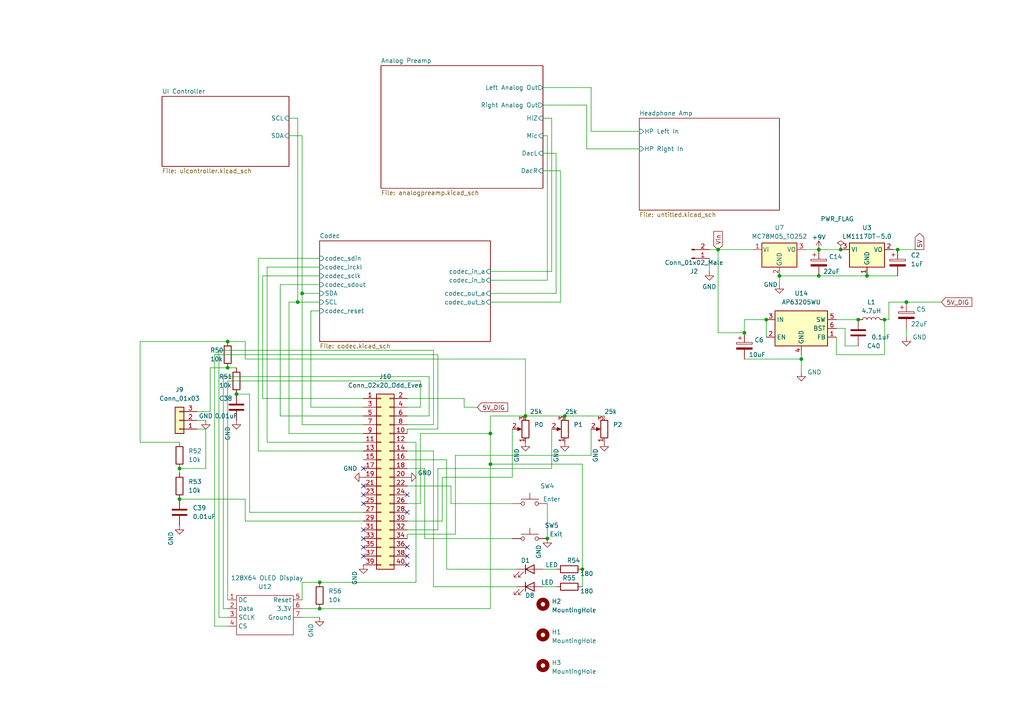
<source format=kicad_sch>
(kicad_sch (version 20230121) (generator eeschema)
  (paper "A4")
  (lib_symbols
    (symbol "Connector:Conn_01x02_Male" (pin_names (offset 1.016) hide)
      (property "Reference" "J" (at 0 2.54 0))
      (property "Value" "Conn_01x02_Male" (at 0 -5.08 0))
      (symbol "Conn_01x02_Male_1_1"
        (polyline (pts (xy 1.27 -2.54) (xy 0.8636 -2.54)) (stroke (width 0.1524)))
        (polyline (pts (xy 1.27 0) (xy 0.8636 0)) (stroke (width 0.1524)))
        (rectangle (start 0.8636 -2.413) (end 0 -2.667) (stroke (width 0.1524)) (fill (type outline)))
        (rectangle (start 0.8636 0.127) (end 0 -0.127) (stroke (width 0.1524)) (fill (type outline)))
        (pin passive line (at 5.08 0 180) (length 3.81) (name "Pin_1") (number "1"))
        (pin passive line (at 5.08 -2.54 180) (length 3.81) (name "Pin_2") (number "2"))
      )
    )
    (symbol "Connector_Generic:Conn_01x03" (pin_names (offset 1.016) hide)
      (property "Reference" "J" (at 0 5.08 0))
      (property "Value" "Conn_01x03" (at 0 -5.08 0))
      (symbol "Conn_01x03_1_1"
        (rectangle (start -1.27 -2.413) (end 0 -2.667) (stroke (width 0.1524)))
        (rectangle (start -1.27 0.127) (end 0 -0.127) (stroke (width 0.1524)))
        (rectangle (start -1.27 2.667) (end 0 2.413) (stroke (width 0.1524)))
        (rectangle (start -1.27 3.81) (end 1.27 -3.81) (stroke (width 0.254)) (fill (type background)))
        (pin passive line (at -5.08 2.54 0) (length 3.81) (name "Pin_1") (number "1"))
        (pin passive line (at -5.08 0 0) (length 3.81) (name "Pin_2") (number "2"))
        (pin passive line (at -5.08 -2.54 0) (length 3.81) (name "Pin_3") (number "3"))
      )
    )
    (symbol "Connector_Generic:Conn_02x20_Odd_Even" (pin_names (offset 1.016) hide)
      (property "Reference" "J" (at 1.27 25.4 0))
      (property "Value" "Conn_02x20_Odd_Even" (at 1.27 -27.94 0))
      (symbol "Conn_02x20_Odd_Even_1_1"
        (rectangle (start -1.27 -25.273) (end 0 -25.527) (stroke (width 0.1524)))
        (rectangle (start -1.27 -22.733) (end 0 -22.987) (stroke (width 0.1524)))
        (rectangle (start -1.27 -20.193) (end 0 -20.447) (stroke (width 0.1524)))
        (rectangle (start -1.27 -17.653) (end 0 -17.907) (stroke (width 0.1524)))
        (rectangle (start -1.27 -15.113) (end 0 -15.367) (stroke (width 0.1524)))
        (rectangle (start -1.27 -12.573) (end 0 -12.827) (stroke (width 0.1524)))
        (rectangle (start -1.27 -10.033) (end 0 -10.287) (stroke (width 0.1524)))
        (rectangle (start -1.27 -7.493) (end 0 -7.747) (stroke (width 0.1524)))
        (rectangle (start -1.27 -4.953) (end 0 -5.207) (stroke (width 0.1524)))
        (rectangle (start -1.27 -2.413) (end 0 -2.667) (stroke (width 0.1524)))
        (rectangle (start -1.27 0.127) (end 0 -0.127) (stroke (width 0.1524)))
        (rectangle (start -1.27 2.667) (end 0 2.413) (stroke (width 0.1524)))
        (rectangle (start -1.27 5.207) (end 0 4.953) (stroke (width 0.1524)))
        (rectangle (start -1.27 7.747) (end 0 7.493) (stroke (width 0.1524)))
        (rectangle (start -1.27 10.287) (end 0 10.033) (stroke (width 0.1524)))
        (rectangle (start -1.27 12.827) (end 0 12.573) (stroke (width 0.1524)))
        (rectangle (start -1.27 15.367) (end 0 15.113) (stroke (width 0.1524)))
        (rectangle (start -1.27 17.907) (end 0 17.653) (stroke (width 0.1524)))
        (rectangle (start -1.27 20.447) (end 0 20.193) (stroke (width 0.1524)))
        (rectangle (start -1.27 22.987) (end 0 22.733) (stroke (width 0.1524)))
        (rectangle (start -1.27 24.13) (end 3.81 -26.67) (stroke (width 0.254)) (fill (type background)))
        (rectangle (start 3.81 -25.273) (end 2.54 -25.527) (stroke (width 0.1524)))
        (rectangle (start 3.81 -22.733) (end 2.54 -22.987) (stroke (width 0.1524)))
        (rectangle (start 3.81 -20.193) (end 2.54 -20.447) (stroke (width 0.1524)))
        (rectangle (start 3.81 -17.653) (end 2.54 -17.907) (stroke (width 0.1524)))
        (rectangle (start 3.81 -15.113) (end 2.54 -15.367) (stroke (width 0.1524)))
        (rectangle (start 3.81 -12.573) (end 2.54 -12.827) (stroke (width 0.1524)))
        (rectangle (start 3.81 -10.033) (end 2.54 -10.287) (stroke (width 0.1524)))
        (rectangle (start 3.81 -7.493) (end 2.54 -7.747) (stroke (width 0.1524)))
        (rectangle (start 3.81 -4.953) (end 2.54 -5.207) (stroke (width 0.1524)))
        (rectangle (start 3.81 -2.413) (end 2.54 -2.667) (stroke (width 0.1524)))
        (rectangle (start 3.81 0.127) (end 2.54 -0.127) (stroke (width 0.1524)))
        (rectangle (start 3.81 2.667) (end 2.54 2.413) (stroke (width 0.1524)))
        (rectangle (start 3.81 5.207) (end 2.54 4.953) (stroke (width 0.1524)))
        (rectangle (start 3.81 7.747) (end 2.54 7.493) (stroke (width 0.1524)))
        (rectangle (start 3.81 10.287) (end 2.54 10.033) (stroke (width 0.1524)))
        (rectangle (start 3.81 12.827) (end 2.54 12.573) (stroke (width 0.1524)))
        (rectangle (start 3.81 15.367) (end 2.54 15.113) (stroke (width 0.1524)))
        (rectangle (start 3.81 17.907) (end 2.54 17.653) (stroke (width 0.1524)))
        (rectangle (start 3.81 20.447) (end 2.54 20.193) (stroke (width 0.1524)))
        (rectangle (start 3.81 22.987) (end 2.54 22.733) (stroke (width 0.1524)))
        (pin passive line (at -5.08 22.86 0) (length 3.81) (name "Pin_1") (number "1"))
        (pin passive line (at 7.62 12.7 180) (length 3.81) (name "Pin_10") (number "10"))
        (pin passive line (at -5.08 10.16 0) (length 3.81) (name "Pin_11") (number "11"))
        (pin passive line (at 7.62 10.16 180) (length 3.81) (name "Pin_12") (number "12"))
        (pin passive line (at -5.08 7.62 0) (length 3.81) (name "Pin_13") (number "13"))
        (pin passive line (at 7.62 7.62 180) (length 3.81) (name "Pin_14") (number "14"))
        (pin passive line (at -5.08 5.08 0) (length 3.81) (name "Pin_15") (number "15"))
        (pin passive line (at 7.62 5.08 180) (length 3.81) (name "Pin_16") (number "16"))
        (pin passive line (at -5.08 2.54 0) (length 3.81) (name "Pin_17") (number "17"))
        (pin passive line (at 7.62 2.54 180) (length 3.81) (name "Pin_18") (number "18"))
        (pin passive line (at -5.08 0 0) (length 3.81) (name "Pin_19") (number "19"))
        (pin passive line (at 7.62 22.86 180) (length 3.81) (name "Pin_2") (number "2"))
        (pin passive line (at 7.62 0 180) (length 3.81) (name "Pin_20") (number "20"))
        (pin passive line (at -5.08 -2.54 0) (length 3.81) (name "Pin_21") (number "21"))
        (pin passive line (at 7.62 -2.54 180) (length 3.81) (name "Pin_22") (number "22"))
        (pin passive line (at -5.08 -5.08 0) (length 3.81) (name "Pin_23") (number "23"))
        (pin passive line (at 7.62 -5.08 180) (length 3.81) (name "Pin_24") (number "24"))
        (pin passive line (at -5.08 -7.62 0) (length 3.81) (name "Pin_25") (number "25"))
        (pin passive line (at 7.62 -7.62 180) (length 3.81) (name "Pin_26") (number "26"))
        (pin passive line (at -5.08 -10.16 0) (length 3.81) (name "Pin_27") (number "27"))
        (pin passive line (at 7.62 -10.16 180) (length 3.81) (name "Pin_28") (number "28"))
        (pin passive line (at -5.08 -12.7 0) (length 3.81) (name "Pin_29") (number "29"))
        (pin passive line (at -5.08 20.32 0) (length 3.81) (name "Pin_3") (number "3"))
        (pin passive line (at 7.62 -12.7 180) (length 3.81) (name "Pin_30") (number "30"))
        (pin passive line (at -5.08 -15.24 0) (length 3.81) (name "Pin_31") (number "31"))
        (pin passive line (at 7.62 -15.24 180) (length 3.81) (name "Pin_32") (number "32"))
        (pin passive line (at -5.08 -17.78 0) (length 3.81) (name "Pin_33") (number "33"))
        (pin passive line (at 7.62 -17.78 180) (length 3.81) (name "Pin_34") (number "34"))
        (pin passive line (at -5.08 -20.32 0) (length 3.81) (name "Pin_35") (number "35"))
        (pin passive line (at 7.62 -20.32 180) (length 3.81) (name "Pin_36") (number "36"))
        (pin passive line (at -5.08 -22.86 0) (length 3.81) (name "Pin_37") (number "37"))
        (pin passive line (at 7.62 -22.86 180) (length 3.81) (name "Pin_38") (number "38"))
        (pin passive line (at -5.08 -25.4 0) (length 3.81) (name "Pin_39") (number "39"))
        (pin passive line (at 7.62 20.32 180) (length 3.81) (name "Pin_4") (number "4"))
        (pin passive line (at 7.62 -25.4 180) (length 3.81) (name "Pin_40") (number "40"))
        (pin passive line (at -5.08 17.78 0) (length 3.81) (name "Pin_5") (number "5"))
        (pin passive line (at 7.62 17.78 180) (length 3.81) (name "Pin_6") (number "6"))
        (pin passive line (at -5.08 15.24 0) (length 3.81) (name "Pin_7") (number "7"))
        (pin passive line (at 7.62 15.24 180) (length 3.81) (name "Pin_8") (number "8"))
        (pin passive line (at -5.08 12.7 0) (length 3.81) (name "Pin_9") (number "9"))
      )
    )
    (symbol "Device:C" (pin_numbers hide) (pin_names (offset 0.254))
      (property "Reference" "C" (at 0.635 2.54 0))
      (property "Value" "C" (at 0.635 -2.54 0))
      (symbol "C_0_1"
        (polyline (pts (xy -2.032 -0.762) (xy 2.032 -0.762)) (stroke (width 0.508)))
        (polyline (pts (xy -2.032 0.762) (xy 2.032 0.762)) (stroke (width 0.508)))
      )
      (symbol "C_1_1"
        (pin passive line (at 0 3.81 270) (length 2.794) (name "~") (number "1"))
        (pin passive line (at 0 -3.81 90) (length 2.794) (name "~") (number "2"))
      )
    )
    (symbol "Device:C_Polarized" (pin_numbers hide) (pin_names (offset 0.254))
      (property "Reference" "C" (at 0.635 2.54 0))
      (property "Value" "C_Polarized" (at 0.635 -2.54 0))
      (symbol "C_Polarized_0_1"
        (rectangle (start -2.286 0.508) (end 2.286 1.016))
        (polyline (pts (xy -1.778 2.286) (xy -0.762 2.286)))
        (polyline (pts (xy -1.27 2.794) (xy -1.27 1.778)))
        (rectangle (start 2.286 -0.508) (end -2.286 -1.016) (fill (type outline)))
      )
      (symbol "C_Polarized_1_1"
        (pin passive line (at 0 3.81 270) (length 2.794) (name "~") (number "1"))
        (pin passive line (at 0 -3.81 90) (length 2.794) (name "~") (number "2"))
      )
    )
    (symbol "Device:L" (pin_numbers hide) (pin_names (offset 1.016) hide)
      (property "Reference" "L" (at -1.27 0 90))
      (property "Value" "L" (at 1.905 0 90))
      (symbol "L_0_1"
        (arc (start 0 -2.54) (mid 0.6323 -1.905) (end 0 -1.27))
        (arc (start 0 -1.27) (mid 0.6323 -0.635) (end 0 0))
        (arc (start 0 0) (mid 0.6323 0.635) (end 0 1.27))
        (arc (start 0 1.27) (mid 0.6323 1.905) (end 0 2.54))
      )
      (symbol "L_1_1"
        (pin passive line (at 0 3.81 270) (length 1.27) (name "1") (number "1"))
        (pin passive line (at 0 -3.81 90) (length 1.27) (name "2") (number "2"))
      )
    )
    (symbol "Device:LED" (pin_numbers hide) (pin_names (offset 1.016) hide)
      (property "Reference" "D" (at 0 2.54 0))
      (property "Value" "LED" (at 0 -2.54 0))
      (symbol "LED_0_1"
        (polyline (pts (xy -1.27 -1.27) (xy -1.27 1.27)) (stroke (width 0.254)))
        (polyline (pts (xy -1.27 0) (xy 1.27 0)))
        (polyline (pts (xy 1.27 -1.27) (xy 1.27 1.27) (xy -1.27 0) (xy 1.27 -1.27)) (stroke (width 0.254)))
        (polyline (pts (xy -3.048 -0.762) (xy -4.572 -2.286) (xy -3.81 -2.286) (xy -4.572 -2.286) (xy -4.572 -1.524)))
        (polyline (pts (xy -1.778 -0.762) (xy -3.302 -2.286) (xy -2.54 -2.286) (xy -3.302 -2.286) (xy -3.302 -1.524)))
      )
      (symbol "LED_1_1"
        (pin passive line (at -3.81 0 0) (length 2.54) (name "K") (number "1"))
        (pin passive line (at 3.81 0 180) (length 2.54) (name "A") (number "2"))
      )
    )
    (symbol "Device:R" (pin_numbers hide) (pin_names (offset 0))
      (property "Reference" "R" (at 2.032 0 90))
      (property "Value" "R" (at 0 0 90))
      (symbol "R_0_1"
        (rectangle (start -1.016 -2.54) (end 1.016 2.54) (stroke (width 0.254)))
      )
      (symbol "R_1_1"
        (pin passive line (at 0 3.81 270) (length 1.27) (name "~") (number "1"))
        (pin passive line (at 0 -3.81 90) (length 1.27) (name "~") (number "2"))
      )
    )
    (symbol "Device:R_Potentiometer" (pin_names (offset 1.016) hide)
      (property "Reference" "RV" (at -4.445 0 90))
      (property "Value" "R_Potentiometer" (at -2.54 0 90))
      (symbol "R_Potentiometer_0_1"
        (polyline (pts (xy 2.54 0) (xy 1.524 0)))
        (polyline (pts (xy 1.143 0) (xy 2.286 0.508) (xy 2.286 -0.508) (xy 1.143 0)) (fill (type outline)))
        (rectangle (start 1.016 2.54) (end -1.016 -2.54) (stroke (width 0.254)))
      )
      (symbol "R_Potentiometer_1_1"
        (pin passive line (at 0 3.81 270) (length 1.27) (name "1") (number "1"))
        (pin passive line (at 3.81 0 180) (length 1.27) (name "2") (number "2"))
        (pin passive line (at 0 -3.81 90) (length 1.27) (name "3") (number "3"))
      )
    )
    (symbol "GraphicDisplay:128X64_OLED_Display"
      (property "Reference" "U" (at -1.27 3.81 0))
      (property "Value" "128X64 OLED Display" (at 0 8.89 0))
      (symbol "128X64_OLED_Display_0_1"
        (rectangle (start -7.62 6.35) (end 8.89 -5.08))
      )
      (symbol "128X64_OLED_Display_1_1"
        (pin input line (at -10.16 5.08 0) (length 2.54) (name "DC") (number "1"))
        (pin input line (at -10.16 2.54 0) (length 2.54) (name "Data") (number "2"))
        (pin input line (at -10.16 0 0) (length 2.54) (name "SCLK") (number "3"))
        (pin input line (at -10.16 -2.54 0) (length 2.54) (name "CS") (number "4"))
        (pin input line (at 11.43 5.08 180) (length 2.54) (name "Reset") (number "5"))
        (pin input line (at 11.43 2.54 180) (length 2.54) (name "3.3V") (number "6"))
        (pin input line (at 11.43 0 180) (length 2.54) (name "Ground") (number "7"))
      )
    )
    (symbol "Mechanical:MountingHole" (pin_names (offset 1.016))
      (property "Reference" "H" (at 0 5.08 0))
      (property "Value" "MountingHole" (at 0 3.175 0))
      (symbol "MountingHole_0_1"
        (circle (center 0 0) (radius 1.27) (stroke (width 1.27)))
      )
    )
    (symbol "Regulator_Linear:LM1117DT-5.0"
      (property "Reference" "U" (at -3.81 3.175 0))
      (property "Value" "LM1117DT-5.0" (at 0 3.175 0))
      (symbol "LM1117DT-5.0_0_1"
        (rectangle (start -5.08 -5.08) (end 5.08 1.905) (stroke (width 0.254)) (fill (type background)))
      )
      (symbol "LM1117DT-5.0_1_1"
        (pin power_in line (at 0 -7.62 90) (length 2.54) (name "GND") (number "1"))
        (pin power_out line (at 7.62 0 180) (length 2.54) (name "VO") (number "2"))
        (pin power_in line (at -7.62 0 0) (length 2.54) (name "VI") (number "3"))
      )
    )
    (symbol "Regulator_Linear:MC78M05_TO252" (pin_names (offset 0.254))
      (property "Reference" "U" (at -3.81 3.175 0))
      (property "Value" "MC78M05_TO252" (at 0 3.175 0))
      (symbol "MC78M05_TO252_0_1"
        (rectangle (start -5.08 1.905) (end 5.08 -5.08) (stroke (width 0.254)) (fill (type background)))
      )
      (symbol "MC78M05_TO252_1_1"
        (pin power_in line (at -7.62 0 0) (length 2.54) (name "VI") (number "1"))
        (pin power_in line (at 0 -7.62 90) (length 2.54) (name "GND") (number "2"))
        (pin power_out line (at 7.62 0 180) (length 2.54) (name "VO") (number "3"))
      )
    )
    (symbol "Regulator_Switching:AP63203WU"
      (property "Reference" "U" (at -7.62 6.35 0))
      (property "Value" "AP63203WU" (at 2.54 6.35 0))
      (symbol "AP63203WU_0_1"
        (rectangle (start -7.62 5.08) (end 7.62 -5.08) (stroke (width 0.254)) (fill (type background)))
      )
      (symbol "AP63203WU_1_1"
        (pin input line (at 10.16 -2.54 180) (length 2.54) (name "FB") (number "1"))
        (pin input line (at -10.16 -2.54 0) (length 2.54) (name "EN") (number "2"))
        (pin power_in line (at -10.16 2.54 0) (length 2.54) (name "IN") (number "3"))
        (pin power_in line (at 0 -7.62 90) (length 2.54) (name "GND") (number "4"))
        (pin output line (at 10.16 2.54 180) (length 2.54) (name "SW") (number "5"))
        (pin passive line (at 10.16 0 180) (length 2.54) (name "BST") (number "6"))
      )
    )
    (symbol "Switch:SW_Push" (pin_numbers hide) (pin_names (offset 1.016) hide)
      (property "Reference" "SW" (at 1.27 2.54 0))
      (property "Value" "SW_Push" (at 0 -1.524 0))
      (symbol "SW_Push_0_1"
        (circle (center -2.032 0) (radius 0.508))
        (polyline (pts (xy 0 1.27) (xy 0 3.048)))
        (polyline (pts (xy 2.54 1.27) (xy -2.54 1.27)))
        (circle (center 2.032 0) (radius 0.508))
        (pin passive line (at -5.08 0 0) (length 2.54) (name "1") (number "1"))
        (pin passive line (at 5.08 0 180) (length 2.54) (name "2") (number "2"))
      )
    )
    (symbol "power:+9V" (power) (pin_names (offset 0))
      (property "Value" "+9V" (at 0 3.556 0))
      (symbol "+9V_0_1"
        (polyline (pts (xy -0.762 1.27) (xy 0 2.54)))
        (polyline (pts (xy 0 0) (xy 0 2.54)))
        (polyline (pts (xy 0 2.54) (xy 0.762 1.27)))
      )
      (symbol "+9V_1_1"
        (pin power_in line (at 0 0 90) (length 0) hide (name "+9V") (number "1"))
      )
    )
    (symbol "power:GND" (power) (pin_names (offset 0))
      (property "Value" "GND" (at 0 -3.81 0))
      (symbol "GND_0_1"
        (polyline (pts (xy 0 0) (xy 0 -1.27) (xy 1.27 -1.27) (xy 0 -2.54) (xy -1.27 -1.27) (xy 0 -1.27)))
      )
      (symbol "GND_1_1"
        (pin power_in line (at 0 0 270) (length 0) hide (name "GND") (number "1"))
      )
    )
    (symbol "power:PWR_FLAG" (power) (pin_numbers hide) (pin_names (offset 0) hide)
      (property "Value" "PWR_FLAG" (at 0 3.81 0))
      (symbol "PWR_FLAG_0_0"
        (pin power_out line (at 0 0 90) (length 0) (name "pwr") (number "1"))
      )
      (symbol "PWR_FLAG_0_1"
        (polyline (pts (xy 0 0) (xy 0 1.27) (xy -1.016 1.905) (xy 0 2.54) (xy 1.016 1.905) (xy 0 1.27)))
      )
    )
  )
  (junction (at 222.25 92.71))
  (junction (at 163.83 120.65))
  (junction (at 251.46 80.01))
  (junction (at 248.92 92.71))
  (junction (at 232.41 104.14))
  (junction (at 86.36 87.63))
  (junction (at 260.35 72.39))
  (junction (at 168.91 165.1))
  (junction (at 152.4 120.65))
  (junction (at 262.89 87.63))
  (junction (at 226.06 80.01))
  (junction (at 52.07 135.89))
  (junction (at 92.71 176.53))
  (junction (at 92.71 168.91))
  (junction (at 237.49 72.39))
  (junction (at 87.63 85.09))
  (junction (at 215.9 96.52))
  (junction (at 256.54 92.71))
  (junction (at 142.24 134.62))
  (junction (at 208.28 72.39))
  (junction (at 237.49 80.01))
  (junction (at 68.58 114.3))
  (junction (at 52.07 144.78))
  (junction (at 66.04 99.06))
  (junction (at 142.24 125.73))
  (junction (at 243.84 72.39))
  (junction (at 158.75 156.21))
  (junction (at 66.04 106.68))
  (no_connect (at 105.41 158.75))
  (no_connect (at 118.11 148.59))
  (no_connect (at 105.41 143.51))
  (no_connect (at 105.41 140.97))
  (no_connect (at 118.11 158.75))
  (no_connect (at 118.11 143.51))
  (no_connect (at 105.41 135.89))
  (no_connect (at 118.11 163.83))
  (no_connect (at 105.41 146.05))
  (no_connect (at 105.41 156.21))
  (no_connect (at 105.41 153.67))
  (no_connect (at 118.11 161.29))
  (no_connect (at 105.41 161.29))
  (wire (pts (xy 208.28 72.39) (xy 218.44 72.39)))
  (wire (pts (xy 248.92 100.33) (xy 245.11 100.33)))
  (wire (pts (xy 170.18 43.18) (xy 185.42 43.18)))
  (wire (pts (xy 59.69 124.46) (xy 57.15 124.46)))
  (wire (pts (xy 132.08 132.08) (xy 132.08 154.94)))
  (wire (pts (xy 40.64 128.27) (xy 40.64 99.06)))
  (wire (pts (xy 92.71 74.93) (xy 74.93 74.93)))
  (wire (pts (xy 259.08 72.39) (xy 260.35 72.39)))
  (wire (pts (xy 120.65 128.27) (xy 118.11 128.27)))
  (wire (pts (xy 125.73 130.81) (xy 118.11 130.81)))
  (wire (pts (xy 226.06 80.01) (xy 226.06 82.55)))
  (wire (pts (xy 127 102.87) (xy 127 124.46)))
  (wire (pts (xy 87.63 179.07) (xy 92.71 179.07)))
  (wire (pts (xy 62.23 102.87) (xy 62.23 181.61)))
  (wire (pts (xy 68.58 106.68) (xy 66.04 106.68)))
  (wire (pts (xy 71.12 104.14) (xy 152.4 104.14)))
  (wire (pts (xy 121.92 118.11) (xy 118.11 118.11)))
  (wire (pts (xy 257.81 87.63) (xy 262.89 87.63)))
  (wire (pts (xy 124.46 120.65) (xy 118.11 120.65)))
  (wire (pts (xy 142.24 134.62) (xy 142.24 125.73)))
  (wire (pts (xy 132.08 154.94) (xy 118.11 154.94)))
  (wire (pts (xy 66.04 181.61) (xy 62.23 181.61)))
  (wire (pts (xy 134.62 118.11) (xy 134.62 115.57)))
  (wire (pts (xy 118.11 154.94) (xy 118.11 156.21)))
  (wire (pts (xy 72.39 148.59) (xy 105.41 148.59)))
  (wire (pts (xy 157.48 30.48) (xy 170.18 30.48)))
  (wire (pts (xy 142.24 120.65) (xy 152.4 120.65)))
  (wire (pts (xy 129.54 165.1) (xy 149.86 165.1)))
  (wire (pts (xy 134.62 118.11) (xy 138.43 118.11)))
  (wire (pts (xy 59.69 121.92) (xy 57.15 121.92)))
  (wire (pts (xy 52.07 128.27) (xy 40.64 128.27)))
  (wire (pts (xy 142.24 125.73) (xy 142.24 120.65)))
  (wire (pts (xy 74.93 130.81) (xy 105.41 130.81)))
  (wire (pts (xy 120.65 168.91) (xy 120.65 128.27)))
  (wire (pts (xy 242.57 102.87) (xy 242.57 97.79)))
  (wire (pts (xy 128.27 151.13) (xy 118.11 151.13)))
  (wire (pts (xy 86.36 87.63) (xy 86.36 34.29)))
  (wire (pts (xy 215.9 96.52) (xy 208.28 96.52)))
  (wire (pts (xy 160.02 34.29) (xy 157.48 34.29)))
  (wire (pts (xy 87.63 85.09) (xy 87.63 39.37)))
  (wire (pts (xy 83.82 87.63) (xy 83.82 125.73)))
  (wire (pts (xy 81.28 120.65) (xy 81.28 82.55)))
  (wire (pts (xy 92.71 168.91) (xy 120.65 168.91)))
  (wire (pts (xy 222.25 92.71) (xy 222.25 97.79)))
  (wire (pts (xy 127 135.89) (xy 127 153.67)))
  (wire (pts (xy 233.68 72.39) (xy 237.49 72.39)))
  (wire (pts (xy 63.5 179.07) (xy 63.5 101.6)))
  (wire (pts (xy 128.27 138.43) (xy 148.59 138.43)))
  (wire (pts (xy 71.12 151.13) (xy 105.41 151.13)))
  (wire (pts (xy 262.89 87.63) (xy 273.05 87.63)))
  (wire (pts (xy 257.81 92.71) (xy 257.81 87.63)))
  (wire (pts (xy 77.47 128.27) (xy 105.41 128.27)))
  (wire (pts (xy 148.59 156.21) (xy 123.19 156.21)))
  (wire (pts (xy 142.24 81.28) (xy 158.75 81.28)))
  (wire (pts (xy 87.63 176.53) (xy 92.71 176.53)))
  (wire (pts (xy 40.64 99.06) (xy 66.04 99.06)))
  (wire (pts (xy 76.2 80.01) (xy 76.2 115.57)))
  (wire (pts (xy 66.04 176.53) (xy 64.77 176.53)))
  (wire (pts (xy 130.81 146.05) (xy 130.81 140.97)))
  (wire (pts (xy 171.45 132.08) (xy 171.45 124.46)))
  (wire (pts (xy 52.07 144.78) (xy 71.12 144.78)))
  (wire (pts (xy 121.92 110.49) (xy 121.92 118.11)))
  (wire (pts (xy 124.46 109.22) (xy 124.46 120.65)))
  (wire (pts (xy 256.54 92.71) (xy 257.81 92.71)))
  (wire (pts (xy 142.24 176.53) (xy 142.24 134.62)))
  (wire (pts (xy 245.11 100.33) (xy 245.11 95.25)))
  (wire (pts (xy 77.47 77.47) (xy 77.47 128.27)))
  (wire (pts (xy 63.5 101.6) (xy 125.73 101.6)))
  (wire (pts (xy 215.9 104.14) (xy 232.41 104.14)))
  (wire (pts (xy 125.73 170.18) (xy 149.86 170.18)))
  (wire (pts (xy 83.82 87.63) (xy 86.36 87.63)))
  (wire (pts (xy 121.92 146.05) (xy 118.11 146.05)))
  (wire (pts (xy 127 153.67) (xy 118.11 153.67)))
  (wire (pts (xy 64.77 176.53) (xy 64.77 109.22)))
  (wire (pts (xy 118.11 124.46) (xy 118.11 125.73)))
  (wire (pts (xy 90.17 118.11) (xy 105.41 118.11)))
  (wire (pts (xy 77.47 77.47) (xy 92.71 77.47)))
  (wire (pts (xy 237.49 72.39) (xy 243.84 72.39)))
  (wire (pts (xy 74.93 74.93) (xy 74.93 130.81)))
  (wire (pts (xy 215.9 92.71) (xy 215.9 96.52)))
  (wire (pts (xy 60.96 119.38) (xy 60.96 106.68)))
  (wire (pts (xy 125.73 123.19) (xy 118.11 123.19)))
  (wire (pts (xy 121.92 125.73) (xy 121.92 146.05)))
  (wire (pts (xy 72.39 114.3) (xy 72.39 148.59)))
  (wire (pts (xy 87.63 173.99) (xy 87.63 168.91)))
  (wire (pts (xy 260.35 72.39) (xy 266.7 72.39)))
  (wire (pts (xy 170.18 30.48) (xy 170.18 43.18)))
  (wire (pts (xy 142.24 78.74) (xy 160.02 78.74)))
  (wire (pts (xy 90.17 90.17) (xy 90.17 118.11)))
  (wire (pts (xy 226.06 80.01) (xy 237.49 80.01)))
  (wire (pts (xy 171.45 132.08) (xy 132.08 132.08)))
  (wire (pts (xy 157.48 165.1) (xy 161.29 165.1)))
  (wire (pts (xy 64.77 109.22) (xy 124.46 109.22)))
  (wire (pts (xy 92.71 176.53) (xy 142.24 176.53)))
  (wire (pts (xy 86.36 34.29) (xy 83.82 34.29)))
  (wire (pts (xy 262.89 97.79) (xy 262.89 95.25)))
  (wire (pts (xy 66.04 179.07) (xy 63.5 179.07)))
  (wire (pts (xy 248.92 92.71) (xy 242.57 92.71)))
  (wire (pts (xy 163.83 120.65) (xy 175.26 120.65)))
  (wire (pts (xy 129.54 133.35) (xy 118.11 133.35)))
  (wire (pts (xy 161.29 85.09) (xy 161.29 44.45)))
  (wire (pts (xy 158.75 81.28) (xy 158.75 39.37)))
  (wire (pts (xy 52.07 135.89) (xy 52.07 137.16)))
  (wire (pts (xy 245.11 95.25) (xy 242.57 95.25)))
  (wire (pts (xy 71.12 144.78) (xy 71.12 151.13)))
  (wire (pts (xy 222.25 92.71) (xy 215.9 92.71)))
  (wire (pts (xy 171.45 38.1) (xy 171.45 25.4)))
  (wire (pts (xy 158.75 146.05) (xy 158.75 156.21)))
  (wire (pts (xy 127 124.46) (xy 118.11 124.46)))
  (wire (pts (xy 162.56 87.63) (xy 162.56 49.53)))
  (wire (pts (xy 90.17 90.17) (xy 92.71 90.17)))
  (wire (pts (xy 92.71 87.63) (xy 86.36 87.63)))
  (wire (pts (xy 52.07 135.89) (xy 59.69 135.89)))
  (wire (pts (xy 66.04 173.99) (xy 66.04 110.49)))
  (wire (pts (xy 148.59 138.43) (xy 148.59 124.46)))
  (wire (pts (xy 123.19 135.89) (xy 118.11 135.89)))
  (wire (pts (xy 130.81 140.97) (xy 118.11 140.97)))
  (wire (pts (xy 76.2 115.57) (xy 105.41 115.57)))
  (wire (pts (xy 160.02 78.74) (xy 160.02 34.29)))
  (wire (pts (xy 152.4 120.65) (xy 163.83 120.65)))
  (wire (pts (xy 142.24 87.63) (xy 162.56 87.63)))
  (wire (pts (xy 142.24 85.09) (xy 161.29 85.09)))
  (wire (pts (xy 127 135.89) (xy 160.02 135.89)))
  (wire (pts (xy 60.96 106.68) (xy 66.04 106.68)))
  (wire (pts (xy 81.28 120.65) (xy 105.41 120.65)))
  (wire (pts (xy 205.74 72.39) (xy 208.28 72.39)))
  (wire (pts (xy 121.92 125.73) (xy 142.24 125.73)))
  (wire (pts (xy 157.48 49.53) (xy 162.56 49.53)))
  (wire (pts (xy 208.28 96.52) (xy 208.28 72.39)))
  (wire (pts (xy 148.59 146.05) (xy 130.81 146.05)))
  (wire (pts (xy 251.46 80.01) (xy 260.35 80.01)))
  (wire (pts (xy 66.04 99.06) (xy 71.12 99.06)))
  (wire (pts (xy 205.74 74.93) (xy 205.74 78.74)))
  (wire (pts (xy 87.63 39.37) (xy 83.82 39.37)))
  (wire (pts (xy 76.2 80.01) (xy 92.71 80.01)))
  (wire (pts (xy 118.11 115.57) (xy 134.62 115.57)))
  (wire (pts (xy 152.4 104.14) (xy 152.4 120.65)))
  (wire (pts (xy 83.82 125.73) (xy 105.41 125.73)))
  (wire (pts (xy 125.73 101.6) (xy 125.73 123.19)))
  (wire (pts (xy 87.63 168.91) (xy 92.71 168.91)))
  (wire (pts (xy 171.45 38.1) (xy 185.42 38.1)))
  (wire (pts (xy 81.28 82.55) (xy 92.71 82.55)))
  (wire (pts (xy 57.15 119.38) (xy 60.96 119.38)))
  (wire (pts (xy 59.69 135.89) (xy 59.69 124.46)))
  (wire (pts (xy 256.54 102.87) (xy 242.57 102.87)))
  (wire (pts (xy 168.91 165.1) (xy 168.91 134.62)))
  (wire (pts (xy 232.41 104.14) (xy 232.41 107.95)))
  (wire (pts (xy 72.39 114.3) (xy 68.58 114.3)))
  (wire (pts (xy 62.23 102.87) (xy 127 102.87)))
  (wire (pts (xy 128.27 138.43) (xy 128.27 151.13)))
  (wire (pts (xy 161.29 44.45) (xy 157.48 44.45)))
  (wire (pts (xy 232.41 102.87) (xy 232.41 104.14)))
  (wire (pts (xy 71.12 99.06) (xy 71.12 104.14)))
  (wire (pts (xy 157.48 170.18) (xy 161.29 170.18)))
  (wire (pts (xy 160.02 135.89) (xy 160.02 124.46)))
  (wire (pts (xy 168.91 165.1) (xy 168.91 170.18)))
  (wire (pts (xy 125.73 170.18) (xy 125.73 130.81)))
  (wire (pts (xy 168.91 134.62) (xy 142.24 134.62)))
  (wire (pts (xy 158.75 39.37) (xy 157.48 39.37)))
  (wire (pts (xy 123.19 156.21) (xy 123.19 135.89)))
  (wire (pts (xy 87.63 85.09) (xy 87.63 123.19)))
  (wire (pts (xy 66.04 110.49) (xy 121.92 110.49)))
  (wire (pts (xy 171.45 25.4) (xy 157.48 25.4)))
  (wire (pts (xy 237.49 80.01) (xy 251.46 80.01)))
  (wire (pts (xy 87.63 85.09) (xy 92.71 85.09)))
  (wire (pts (xy 87.63 123.19) (xy 105.41 123.19)))
  (wire (pts (xy 256.54 92.71) (xy 256.54 102.87)))
  (wire (pts (xy 129.54 165.1) (xy 129.54 133.35)))
  (global_label "5V_DIG" (shape input) (at 273.05 87.63 0) (property "Intersheetrefs" "${INTERSHEET_REFS}" (effects hide)))
  (global_label "Vin" (shape input) (at 208.28 72.39 90) (property "Intersheetrefs" "${INTERSHEET_REFS}" (effects hide)))
  (global_label "5V_DIG" (shape input) (at 138.43 118.11 0) (property "Intersheetrefs" "${INTERSHEET_REFS}" (effects hide)))
  (global_label "5V" (shape output) (at 266.7 72.39 90) (property "Intersheetrefs" "${INTERSHEET_REFS}" (effects hide)))
  (symbol (lib_id "power:GND") (at 118.11 138.43 90) (mirror x) (unit 1)
    (property "Reference" "#PWR033" (effects hide))
    (property "Value" "GND" (at 123.19 137.16 90))
  )
  (symbol (lib_id "power:+9V") (at 237.49 72.39 0) (unit 1)
    (property "Reference" "#PWR0115" (effects hide))
    (property "Value" "+9V" (at 237.49 68.8142 0))
  )
  (symbol (lib_id "power:GND") (at 105.41 163.83 0) (mirror y) (unit 1)
    (property "Reference" "#PWR026" (effects hide))
    (property "Value" "GND" (at 102.87 167.64 90))
  )
  (symbol (lib_id "power:GND") (at 105.41 138.43 270) (mirror x) (unit 1)
    (property "Reference" "#PWR032" (effects hide))
    (property "Value" "GND" (at 101.6 135.89 90))
  )
  (symbol (lib_id "Device:R") (at 68.58 110.49 0) (unit 1)
    (property "Reference" "R51" (at 63.5 109.22 0) (effects (justify left)))
    (property "Value" "10k" (at 63.5 111.76 0) (effects (justify left)))
    (property "Footprint" "Resistor_SMD:R_0603_1608Metric_Pad0.98x0.95mm_HandSolder" (effects hide))
  )
  (symbol (lib_id "Device:R_Potentiometer") (at 152.4 124.46 180) (unit 1)
    (property "Reference" "P0" (at 154.94 123.19 0) (effects (justify right)))
    (property "Value" "25k" (at 153.67 119.38 0) (effects (justify right)))
    (property "Footprint" "Connector_PinHeader_2.54mm:PinHeader_1x03_P2.54mm_Vertical" (effects hide))
  )
  (symbol (lib_id "power:GND") (at 92.71 179.07 0) (mirror y) (unit 1)
    (property "Reference" "#PWR047" (effects hide))
    (property "Value" "GND" (at 90.17 182.88 90))
  )
  (symbol (lib_id "Device:C") (at 52.07 148.59 0) (unit 1)
    (property "Reference" "C39" (at 55.88 147.32 0) (effects (justify left)))
    (property "Value" "0.01uF" (at 55.88 149.86 0) (effects (justify left)))
    (property "Footprint" "Capacitor_SMD:C_0805_2012Metric_Pad1.18x1.45mm_HandSolder" (effects hide))
  )
  (symbol (lib_id "power:GND") (at 152.4 128.27 0) (mirror y) (unit 1)
    (property "Reference" "#PWR041" (effects hide))
    (property "Value" "GND" (at 149.86 132.08 90))
  )
  (symbol (lib_id "Device:R_Potentiometer") (at 163.83 124.46 180) (unit 1)
    (property "Reference" "P1" (at 166.37 123.19 0) (effects (justify right)))
    (property "Value" "25k" (at 163.83 119.38 0) (effects (justify right)))
    (property "Footprint" "Connector_PinHeader_2.54mm:PinHeader_1x03_P2.54mm_Vertical" (effects hide))
  )
  (symbol (lib_id "Device:LED") (at 153.67 170.18 0) (unit 1)
    (property "Reference" "D8" (at 153.67 172.72 0))
    (property "Value" "LED" (at 158.75 168.91 0))
    (property "Footprint" "Connector_PinHeader_2.54mm:PinHeader_1x02_P2.54mm_Vertical" (effects hide))
  )
  (symbol (lib_id "Device:R") (at 52.07 132.08 0) (unit 1)
    (property "Reference" "R52" (at 54.61 130.81 0) (effects (justify left)))
    (property "Value" "10k" (at 54.61 133.35 0) (effects (justify left)))
    (property "Footprint" "Resistor_SMD:R_0603_1608Metric_Pad0.98x0.95mm_HandSolder" (effects hide))
  )
  (symbol (lib_id "Device:L") (at 252.73 92.71 90) (unit 1)
    (property "Reference" "L1" (at 252.73 87.63 90))
    (property "Value" "4.7uH" (at 252.73 90.17 90))
    (property "Footprint" "Inductor_SMD:L_1812_4532Metric_Pad1.30x3.40mm_HandSolder" (effects hide))
  )
  (symbol (lib_id "Device:R") (at 92.71 172.72 0) (unit 1)
    (property "Reference" "R56" (at 95.25 171.45 0) (effects (justify left)))
    (property "Value" "10k" (at 95.25 173.99 0) (effects (justify left)))
    (property "Footprint" "Resistor_SMD:R_0603_1608Metric_Pad0.98x0.95mm_HandSolder" (effects hide))
  )
  (symbol (lib_id "Device:C") (at 68.58 118.11 0) (unit 1)
    (property "Reference" "C38" (at 63.5 115.57 0) (effects (justify left)))
    (property "Value" "0.01uF" (at 62.23 120.65 0) (effects (justify left)))
    (property "Footprint" "Capacitor_SMD:C_0805_2012Metric_Pad1.18x1.45mm_HandSolder" (effects hide))
  )
  (symbol (lib_id "Device:R") (at 52.07 140.97 0) (unit 1)
    (property "Reference" "R53" (at 54.61 139.7 0) (effects (justify left)))
    (property "Value" "10k" (at 54.61 142.24 0) (effects (justify left)))
    (property "Footprint" "Resistor_SMD:R_0603_1608Metric_Pad0.98x0.95mm_HandSolder" (effects hide))
  )
  (symbol (lib_id "Switch:SW_Push") (at 153.67 156.21 0) (unit 1)
    (property "Reference" "SW5" (at 160.02 152.4 0))
    (property "Value" "Exit" (at 161.29 154.94 0))
    (property "Footprint" "Connector_PinHeader_2.54mm:PinHeader_1x02_P2.54mm_Vertical" (effects hide))
  )
  (symbol (lib_id "Device:C_Polarized") (at 237.49 76.2 0) (unit 1)
    (property "Reference" "C14" (at 240.411 74.4763 0) (effects (justify left)))
    (property "Value" "22uF" (at 238.76 78.74 0) (effects (justify left)))
    (property "Footprint" "Capacitor_SMD:CP_Elec_4x4.5" (effects hide))
  )
  (symbol (lib_id "power:GND") (at 158.75 156.21 0) (mirror y) (unit 1)
    (property "Reference" "#PWR046" (effects hide))
    (property "Value" "GND" (at 156.21 160.02 90))
  )
  (symbol (lib_id "Mechanical:MountingHole") (at 157.48 184.15 0) (unit 1)
    (property "Reference" "H1" (at 160.02 183.3153 0) (effects (justify left)))
    (property "Value" "MountingHole" (at 160.02 185.8522 0) (effects (justify left)))
    (property "Footprint" "MountingHole:MountingHole_3.2mm_M3" (effects hide))
  )
  (symbol (lib_id "Device:C_Polarized") (at 262.89 91.44 0) (unit 1)
    (property "Reference" "C5" (at 265.811 89.7163 0) (effects (justify left)))
    (property "Value" "22uF" (at 264.16 93.98 0) (effects (justify left)))
    (property "Footprint" "Capacitor_SMD:CP_Elec_4x4.5" (effects hide))
  )
  (symbol (lib_id "power:GND") (at 175.26 128.27 0) (mirror y) (unit 1)
    (property "Reference" "#PWR043" (effects hide))
    (property "Value" "GND" (at 172.72 132.08 90))
  )
  (symbol (lib_id "power:GND") (at 205.74 78.74 0) (unit 1)
    (property "Reference" "#PWR030" (effects hide))
    (property "Value" "GND" (at 205.74 83.1834 0))
  )
  (symbol (lib_id "Connector:Conn_01x02_Male") (at 200.66 74.93 0) (mirror x) (unit 1)
    (property "Reference" "J2" (at 201.295 78.706 0))
    (property "Value" "Conn_01x02_Male" (at 201.295 76.1691 0))
    (property "Footprint" "Connector_PinHeader_2.54mm:PinHeader_1x02_P2.54mm_Vertical" (effects hide))
  )
  (symbol (lib_id "power:GND") (at 163.83 128.27 0) (mirror y) (unit 1)
    (property "Reference" "#PWR042" (effects hide))
    (property "Value" "GND" (at 161.29 132.08 90))
  )
  (symbol (lib_id "Regulator_Linear:LM1117DT-5.0") (at 251.46 72.39 0) (unit 1)
    (property "Reference" "U3" (at 251.46 66.04 0))
    (property "Value" "LM1117DT-5.0" (at 251.46 68.58 0))
    (property "Footprint" "Package_TO_SOT_SMD:TO-252-3_TabPin2" (effects hide))
    (property "Datasheet" "http://www.ti.com/lit/ds/symlink/lm1117.pdf" (effects hide))
  )
  (symbol (lib_id "power:GND") (at 226.06 82.55 0) (mirror y) (unit 1)
    (property "Reference" "#PWR0112" (effects hide))
    (property "Value" "GND" (at 223.52 82.55 0))
  )
  (symbol (lib_id "Device:R") (at 66.04 102.87 0) (unit 1)
    (property "Reference" "R50" (at 60.96 101.6 0) (effects (justify left)))
    (property "Value" "10k" (at 60.96 104.14 0) (effects (justify left)))
    (property "Footprint" "Resistor_SMD:R_0603_1608Metric_Pad0.98x0.95mm_HandSolder" (effects hide))
  )
  (symbol (lib_id "Device:C") (at 248.92 96.52 180) (unit 1)
    (property "Reference" "C40" (at 251.46 100.33 0) (effects (justify right)))
    (property "Value" "0.1uF" (at 252.73 97.79 0) (effects (justify right)))
    (property "Footprint" "Capacitor_SMD:C_1210_3225Metric_Pad1.33x2.70mm_HandSolder" (effects hide))
  )
  (symbol (lib_id "Switch:SW_Push") (at 153.67 146.05 0) (unit 1)
    (property "Reference" "SW4" (at 158.75 140.97 0))
    (property "Value" "Enter" (at 160.02 144.78 0))
    (property "Footprint" "Connector_PinHeader_2.54mm:PinHeader_1x02_P2.54mm_Vertical" (effects hide))
  )
  (symbol (lib_id "Device:R_Potentiometer") (at 175.26 124.46 180) (unit 1)
    (property "Reference" "P2" (at 177.8 123.19 0) (effects (justify right)))
    (property "Value" "25k" (at 175.26 119.38 0) (effects (justify right)))
    (property "Footprint" "Connector_PinHeader_2.54mm:PinHeader_1x03_P2.54mm_Vertical" (effects hide))
  )
  (symbol (lib_id "Connector_Generic:Conn_02x20_Odd_Even") (at 110.49 138.43 0) (unit 1)
    (property "Reference" "J10" (at 111.76 109.22 0))
    (property "Value" "Conn_02x20_Odd_Even" (at 111.76 111.76 0))
    (property "Footprint" "Connector_PinSocket_2.54mm:PinSocket_2x20_P2.54mm_Vertical_SMD" (effects hide))
  )
  (symbol (lib_id "Device:R") (at 165.1 170.18 90) (unit 1)
    (property "Reference" "R55" (at 165.1 167.64 90))
    (property "Value" "180" (at 170.18 171.45 90))
    (property "Footprint" "Resistor_SMD:R_0603_1608Metric_Pad0.98x0.95mm_HandSolder" (effects hide))
  )
  (symbol (lib_id "power:GND") (at 262.89 97.79 0) (mirror y) (unit 1)
    (property "Reference" "#PWR031" (effects hide))
    (property "Value" "GND" (at 266.7 97.79 0))
  )
  (symbol (lib_id "Regulator_Switching:AP63203WU") (at 232.41 95.25 0) (unit 1)
    (property "Reference" "U14" (at 232.41 85.09 0))
    (property "Value" "AP63205WU" (at 232.41 87.63 0))
    (property "Footprint" "Package_TO_SOT_SMD:TSOT-23-6" (effects hide))
    (property "Datasheet" "https://www.diodes.com/assets/Datasheets/AP63200-AP63201-AP63203-AP63205.pdf" (effects hide))
  )
  (symbol (lib_id "GraphicDisplay:128X64_OLED_Display") (at 76.2 179.07 0) (unit 1)
    (property "Reference" "U12" (at 76.835 170.18 0))
    (property "Value" "128X64 OLED Display" (at 77.47 167.64 0))
    (property "Footprint" "Connector_PinHeader_2.54mm:PinHeader_1x07_P2.54mm_Vertical" (effects hide))
  )
  (symbol (lib_id "Regulator_Linear:MC78M05_TO252") (at 226.06 72.39 0) (unit 1)
    (property "Reference" "U7" (at 226.06 66.04 0))
    (property "Value" "MC78M05_TO252" (at 226.06 68.58 0))
    (property "Footprint" "Package_TO_SOT_SMD:TO-252-2" (effects hide))
    (property "Datasheet" "https://www.onsemi.com/pub/Collateral/MC78M00-D.PDF" (effects hide))
  )
  (symbol (lib_id "Device:R") (at 165.1 165.1 90) (unit 1)
    (property "Reference" "R54" (at 166.37 162.56 90))
    (property "Value" "180" (at 170.18 166.37 90))
    (property "Footprint" "Resistor_SMD:R_0603_1608Metric_Pad0.98x0.95mm_HandSolder" (effects hide))
  )
  (symbol (lib_id "power:PWR_FLAG") (at 243.84 72.39 0) (unit 1)
    (property "Reference" "#FLG0104" (effects hide))
    (property "Value" "PWR_FLAG" (at 247.65 63.5 0) (effects (justify right)))
  )
  (symbol (lib_id "power:GND") (at 68.58 121.92 0) (mirror y) (unit 1)
    (property "Reference" "#PWR044" (effects hide))
    (property "Value" "GND" (at 66.04 125.73 90))
  )
  (symbol (lib_id "Device:C_Polarized") (at 260.35 76.2 0) (unit 1)
    (property "Reference" "C2" (at 264.16 74.041 0) (effects (justify left)))
    (property "Value" "1uF" (at 264.16 76.581 0) (effects (justify left)))
    (property "Footprint" "Capacitor_SMD:CP_Elec_4x4.5" (effects hide))
  )
  (symbol (lib_id "Device:C_Polarized") (at 215.9 100.33 0) (unit 1)
    (property "Reference" "C6" (at 218.821 98.6063 0) (effects (justify left)))
    (property "Value" "10uF" (at 217.17 102.87 0) (effects (justify left)))
    (property "Footprint" "Capacitor_SMD:CP_Elec_4x4.5" (effects hide))
  )
  (symbol (lib_id "power:GND") (at 59.69 121.92 0) (mirror y) (unit 1)
    (property "Reference" "#PWR040" (effects hide))
    (property "Value" "GND" (at 59.69 120.65 0))
  )
  (symbol (lib_id "power:GND") (at 232.41 107.95 0) (mirror y) (unit 1)
    (property "Reference" "#PWR049" (effects hide))
    (property "Value" "GND" (at 236.22 107.95 0))
  )
  (symbol (lib_id "power:GND") (at 52.07 152.4 0) (mirror y) (unit 1)
    (property "Reference" "#PWR045" (effects hide))
    (property "Value" "GND" (at 49.53 156.21 90))
  )
  (symbol (lib_id "Mechanical:MountingHole") (at 157.48 175.26 0) (unit 1)
    (property "Reference" "H2" (at 160.02 174.4253 0) (effects (justify left)))
    (property "Value" "MountingHole" (at 160.02 176.9622 0) (effects (justify left)))
    (property "Footprint" "MountingHole:MountingHole_3.2mm_M3" (effects hide))
  )
  (symbol (lib_id "Device:LED") (at 153.67 165.1 0) (unit 1)
    (property "Reference" "D1" (at 152.4 162.56 0))
    (property "Value" "LED" (at 160.02 163.83 0))
    (property "Footprint" "Connector_PinHeader_2.54mm:PinHeader_1x02_P2.54mm_Vertical" (effects hide))
  )
  (symbol (lib_id "Mechanical:MountingHole") (at 157.48 193.04 0) (unit 1)
    (property "Reference" "H3" (at 160.02 192.2053 0) (effects (justify left)))
    (property "Value" "MountingHole" (at 160.02 194.7422 0) (effects (justify left)))
    (property "Footprint" "MountingHole:MountingHole_3.2mm_M3" (effects hide))
  )
  (symbol (lib_id "Connector_Generic:Conn_01x03") (at 52.07 121.92 180) (unit 1)
    (property "Reference" "J9" (at 52.07 113.03 0))
    (property "Value" "Conn_01x03" (at 52.07 115.57 0))
    (property "Footprint" "Connector_PinHeader_2.54mm:PinHeader_1x03_P2.54mm_Vertical" (effects hide))
  )
  (sheet (at 185.42 34.29) (size 40.64 26.67) (stroke (width 0.1524))
    (property "Sheetname" "Headphone Amp" (at 185.42 33.5784 0) (effects (justify left bottom)))
    (property "Sheetfile" "untitled.kicad_sch" (at 185.42 61.5446 0) (effects (justify left top)))
    (pin "HP Left In" input (at 185.42 38.1 180))
    (pin "HP Right In" input (at 185.42 43.18 180))
  )
  (sheet (at 92.71 69.85) (size 49.53 29.21) (stroke (width 0.1524))
    (property "Sheetname" "Codec" (at 92.71 69.1384 0) (effects (justify left bottom)))
    (property "Sheetfile" "codec.kicad_sch" (at 92.71 99.6446 0) (effects (justify left top)))
    (pin "codec_sdin" input (at 92.71 74.93 180))
    (pin "codec_lrckl" input (at 92.71 77.47 180))
    (pin "codec_sclk" input (at 92.71 80.01 180))
    (pin "codec_sdout" input (at 92.71 82.55 180))
    (pin "SDA" input (at 92.71 85.09 180))
    (pin "SCL" input (at 92.71 87.63 180))
    (pin "codec_reset" input (at 92.71 90.17 180))
    (pin "codec_in_a" input (at 142.24 78.74 0))
    (pin "codec_in_b" input (at 142.24 81.28 0))
    (pin "codec_out_a" input (at 142.24 85.09 0))
    (pin "codec_out_b" input (at 142.24 87.63 0))
  )
  (sheet (at 110.49 19.05) (size 46.99 35.56) (stroke (width 0.1524))
    (property "Sheetname" "Analog Preamp" (at 110.49 18.3384 0) (effects (justify left bottom)))
    (property "Sheetfile" "analogpreamp.kicad_sch" (at 110.49 55.1946 0) (effects (justify left top)))
    (pin "Left Analog Out" output (at 157.48 25.4 0))
    (pin "Right Analog Out" output (at 157.48 30.48 0))
    (pin "DacR" input (at 157.48 49.53 0))
    (pin "DacL" input (at 157.48 44.45 0))
    (pin "Mic" input (at 157.48 39.37 0))
    (pin "HiZ" input (at 157.48 34.29 0))
  )
  (sheet (at 46.99 27.94) (size 36.83 20.32) (stroke (width 0.1524))
    (property "Sheetname" "UI Controller" (at 46.99 27.2284 0) (effects (justify left bottom)))
    (property "Sheetfile" "uicontroller.kicad_sch" (at 46.99 48.8446 0) (effects (justify left top)))
    (pin "SCL" input (at 83.82 34.29 0))
    (pin "SDA" input (at 83.82 39.37 0))
  )
)
</source>
